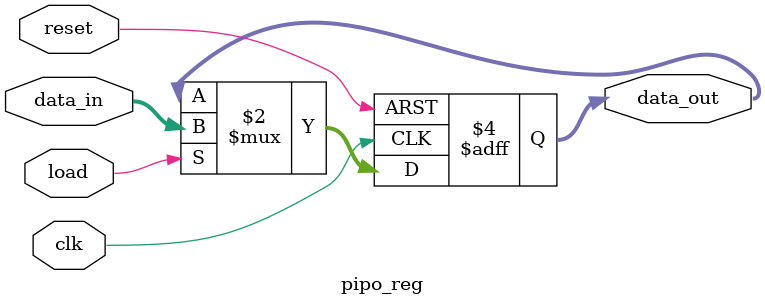
<source format=v>
/*
 * Parallel Input Parallel Output Register
 * Width (Num Of Bits) is Parameterized
 */
module pipo_reg #(parameter WIDTH = 8) 
    (
        input wire clk,          // Clock input
        input wire reset,        // Active-high reset
        input wire load,         // Load enable signal
        input wire [WIDTH-1:0] data_in,  // Parallel data input
        output reg [WIDTH-1:0] data_out  // Parallel data output
    );

always @(posedge clk or posedge reset) begin
    if (reset) begin
        // Reset all bits to 0
        data_out <= {WIDTH{1'b0}};
    end
    else if (load) begin
        // Load new data on rising clock edge when load is high
        data_out <= data_in;
    end
    // If load is low, data_out retains its value
end

endmodule
</source>
